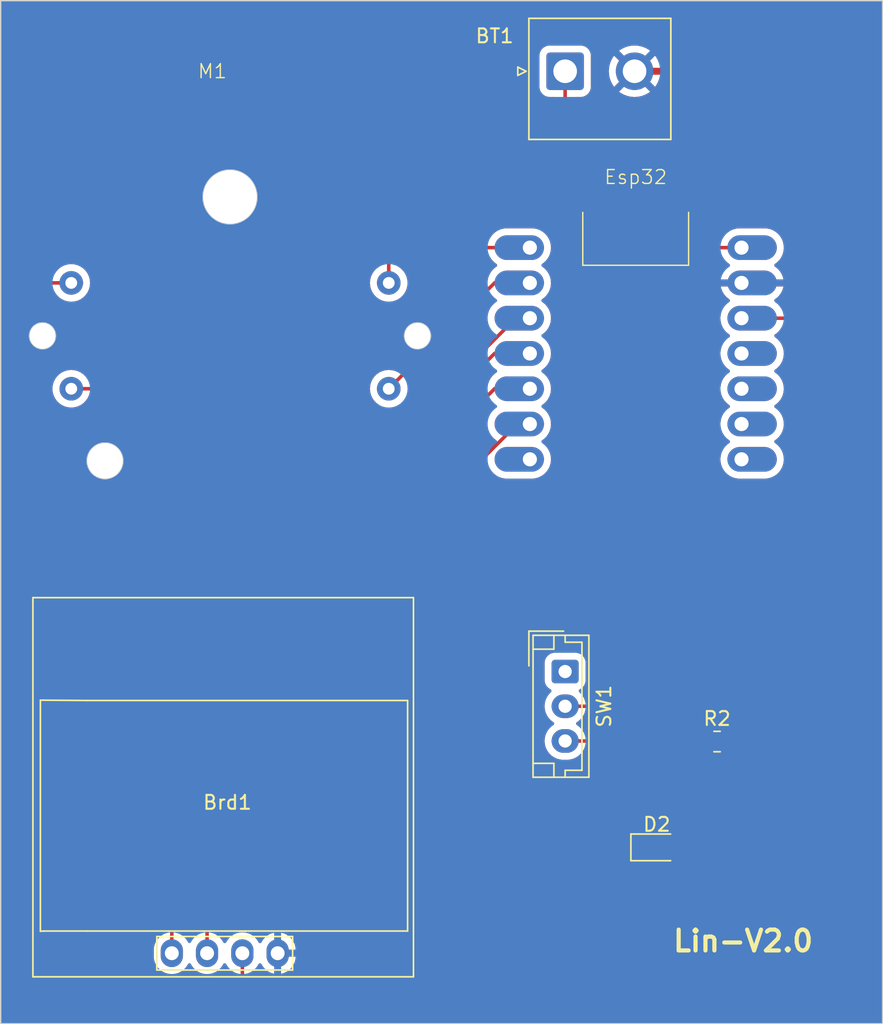
<source format=kicad_pcb>
(kicad_pcb (version 20221018) (generator pcbnew)
  (layers (0 "F.Cu" signal) (31 "B.Cu" signal) (34 "B.Paste" user) (35 "F.Paste" user) (36 "B.SilkS" user "B.Silkscreen") (37 "F.SilkS" user "F.Silkscreen") (38 "B.Mask" user) (39 "F.Mask" user) (44 "Edge.Cuts" user))
  (net 0 "")
  (net 1 "Net-(Brd1-SDA)")
  (net 2 "Net-(Brd1-SCL)")
  (net 3 "GND")
  (net 4 "Net-(Brd1-VCC)")
  (net 5 "Net-(D2-A)")
  (net 6 "Net-(BT1-+)")
  (net 7 "Net-(Esp32-GPIO1_A0_D0)")
  (net 8 "Net-(Esp32-GPIO2_A1_D1)")
  (net 9 "Net-(Esp32-GPIO3_A2_D2)")
  (net 10 "Net-(Esp32-GPIO4_A3_D3)")
  (net 12 "Net-(Esp32-5V)")
  (footprint "Resistor_SMD:R_0805_2012Metric_Pad1.20x1.40mm_HandSolder" (layer "F.Cu") (at 160.8 119.38)
    (fp_text reference "R2" (at 0 -1.65) (layer "F.SilkS"))
    (fp_text value "R")
    (fp_line (start -0.227064 -0.735) (end 0.227064 -0.735) (stroke (width 0.12)) (layer "F.SilkS"))
    (fp_line (start -0.227064 0.735) (end 0.227064 0.735) (stroke (width 0.12)) (layer "F.SilkS"))
    (pad "1" smd roundrect (at -1 0) (size 1.2 1.4) (layers "F.Cu" "F.Paste" "F.Mask") (roundrect_rratio 0.2083333333) (net 12 "Net-(Esp32-5V)"))
    (pad "2" smd roundrect (at 1 0) (size 1.2 1.4) (layers "F.Cu" "F.Paste" "F.Mask") (roundrect_rratio 0.2083333333) (net 5 "Net-(D2-A)"))
  )
  (footprint "demo_motor:x27_stepper" (layer "F.Cu") (at 128.27 100.33)
    (fp_text reference "M1" (at -3.81 -29.21 unlocked) (layer "F.SilkS") (effects (font (thickness 0.1))))
    (fp_text value "Stepper_Motor_bipolar")
    (fp_circle (center -16.04 -10.16) (end -15.09 -10.16) (stroke (width 0.05)) (fill none) (layer "Edge.Cuts"))
    (fp_circle (center -11.54 -1.16) (end -10.24 -1.16) (stroke (width 0.05)) (fill none) (layer "Edge.Cuts"))
    (fp_circle (center -2.54 -20.16) (end -0.59 -20.16) (stroke (width 0.05)) (fill none) (layer "Edge.Cuts"))
    (fp_circle (center 10.96 -10.16) (end 11.91 -10.16) (stroke (width 0.05)) (fill none) (layer "Edge.Cuts"))
    (pad "1" thru_hole circle (at 8.89 -13.97) (size 1.7 1.7) (drill 0.85) (layers "*.Cu" "*.Mask") (net 7 "Net-(Esp32-GPIO1_A0_D0)"))
    (pad "2" thru_hole circle (at 8.89 -6.35) (size 1.7 1.7) (drill 0.85) (layers "*.Cu" "*.Mask") (net 8 "Net-(Esp32-GPIO2_A1_D1)"))
    (pad "3" thru_hole circle (at -13.97 -6.35) (size 1.7 1.7) (drill 0.85) (layers "*.Cu" "*.Mask") (net 9 "Net-(Esp32-GPIO3_A2_D2)"))
    (pad "4" thru_hole circle (at -13.97 -13.97) (size 1.7 1.7) (drill 0.85) (layers "*.Cu" "*.Mask") (net 10 "Net-(Esp32-GPIO4_A3_D3)"))
  )
  (footprint "Connector_JST:JST_EH_B3B-EH-A_1x03_P2.50mm_Vertical" (layer "F.Cu") (at 149.86 114.34 -90)
    (fp_text reference "SW1" (at 2.5 -2.8 90) (layer "F.SilkS"))
    (fp_text value "SW_SPDT")
    (fp_line (start -2.91 0.11) (end -2.91 2.61) (stroke (width 0.12)) (layer "F.SilkS"))
    (fp_line (start -2.91 2.61) (end -0.41 2.61) (stroke (width 0.12)) (layer "F.SilkS"))
    (fp_line (start -2.61 -1.71) (end -2.61 2.31) (stroke (width 0.12)) (layer "F.SilkS"))
    (fp_line (start -2.61 0) (end -2.11 0) (stroke (width 0.12)) (layer "F.SilkS"))
    (fp_line (start -2.61 0.81) (end -1.61 0.81) (stroke (width 0.12)) (layer "F.SilkS"))
    (fp_line (start -2.61 2.31) (end 7.61 2.31) (stroke (width 0.12)) (layer "F.SilkS"))
    (fp_line (start -2.11 -1.21) (end 7.11 -1.21) (stroke (width 0.12)) (layer "F.SilkS"))
    (fp_line (start -2.11 0) (end -2.11 -1.21) (stroke (width 0.12)) (layer "F.SilkS"))
    (fp_line (start -1.61 0.81) (end -1.61 2.31) (stroke (width 0.12)) (layer "F.SilkS"))
    (fp_line (start 6.61 0.81) (end 6.61 2.31) (stroke (width 0.12)) (layer "F.SilkS"))
    (fp_line (start 7.11 -1.21) (end 7.11 0) (stroke (width 0.12)) (layer "F.SilkS"))
    (fp_line (start 7.11 0) (end 7.61 0) (stroke (width 0.12)) (layer "F.SilkS"))
    (fp_line (start 7.61 -1.71) (end -2.61 -1.71) (stroke (width 0.12)) (layer "F.SilkS"))
    (fp_line (start 7.61 0.81) (end 6.61 0.81) (stroke (width 0.12)) (layer "F.SilkS"))
    (fp_line (start 7.61 2.31) (end 7.61 -1.71) (stroke (width 0.12)) (layer "F.SilkS"))
    (pad "1" thru_hole roundrect (at 0 0 270) (size 1.7 1.95) (drill 0.95) (layers "*.Cu" "*.Mask") (roundrect_rratio 0.1470588235))
    (pad "2" thru_hole oval (at 2.5 0 270) (size 1.7 1.95) (drill 0.95) (layers "*.Cu" "*.Mask") (net 6 "Net-(BT1-+)"))
    (pad "3" thru_hole oval (at 5 0 270) (size 1.7 1.95) (drill 0.95) (layers "*.Cu" "*.Mask") (net 12 "Net-(Esp32-5V)"))
  )
  (footprint "LED_SMD:LED_0805_2012Metric_Pad1.15x1.40mm_HandSolder" (layer "F.Cu") (at 156.455 127)
    (fp_text reference "D2" (at 0 -1.65) (layer "F.SilkS"))
    (fp_text value "LED")
    (fp_line (start -1.86 -0.96) (end -1.86 0.96) (stroke (width 0.12)) (layer "F.SilkS"))
    (fp_line (start -1.86 0.96) (end 1 0.96) (stroke (width 0.12)) (layer "F.SilkS"))
    (fp_line (start 1 -0.96) (end -1.86 -0.96) (stroke (width 0.12)) (layer "F.SilkS"))
    (pad "1" smd roundrect (at -1.025 0) (size 1.15 1.4) (layers "F.Cu" "F.Paste" "F.Mask") (roundrect_rratio 0.2173913043) (net 3 "GND"))
    (pad "2" smd roundrect (at 1.025 0) (size 1.15 1.4) (layers "F.Cu" "F.Paste" "F.Mask") (roundrect_rratio 0.2173913043) (net 5 "Net-(D2-A)"))
  )
  (footprint "Connector_JST:JST_NV_B02P-NV_1x02_P5.00mm_Vertical" (layer "F.Cu") (at 149.86 71.12)
    (fp_text reference "BT1" (at -5.08 -2.54) (layer "F.SilkS"))
    (fp_text value "Battery_Cell")
    (fp_line (start -3.41 -0.3) (end -2.81 0) (stroke (width 0.12)) (layer "F.SilkS"))
    (fp_line (start -3.41 0.3) (end -3.41 -0.3) (stroke (width 0.12)) (layer "F.SilkS"))
    (fp_line (start -2.81 0) (end -3.41 0.3) (stroke (width 0.12)) (layer "F.SilkS"))
    (fp_line (start -2.61 -3.81) (end -2.61 4.91) (stroke (width 0.12)) (layer "F.SilkS"))
    (fp_line (start -2.61 4.91) (end 7.61 4.91) (stroke (width 0.12)) (layer "F.SilkS"))
    (fp_line (start 7.61 -3.81) (end -2.61 -3.81) (stroke (width 0.12)) (layer "F.SilkS"))
    (fp_line (start 7.61 4.91) (end 7.61 -3.81) (stroke (width 0.12)) (layer "F.SilkS"))
    (pad "1" thru_hole roundrect (at 0 0) (size 2.7 2.7) (drill 1.7) (layers "*.Cu" "*.Mask") (roundrect_rratio 0.09259296296) (net 6 "Net-(BT1-+)"))
    (pad "2" thru_hole circle (at 5 0) (size 2.7 2.7) (drill 1.7) (layers "*.Cu" "*.Mask") (net 3 "GND"))
  )
  (footprint "demo_ssd1306:128x64OLED" (layer "F.Cu") (at 125.54 124.02 180)
    (fp_text reference "Brd1" (at 0 0.254) (layer "F.SilkS"))
    (fp_text value "SSD1306")
    (fp_line (start -13.4 -12.3) (end 14 -12.3) (stroke (width 0.12)) (layer "F.SilkS"))
    (fp_line (start -13.4 15) (end -13.4 -12.3) (stroke (width 0.12)) (layer "F.SilkS"))
    (fp_line (start -12.978 -9.005) (end 10.122 -9.005) (stroke (width 0.12)) (layer "F.SilkS"))
    (fp_line (start -12.978 7.595) (end -12.978 -9.005) (stroke (width 0.12)) (layer "F.SilkS"))
    (fp_line (start -4.699 -11.811) (end -4.699 -9.398) (stroke (width 0.12)) (layer "F.SilkS"))
    (fp_line (start -4.699 -11.811) (end 5.08 -11.811) (stroke (width 0.12)) (layer "F.SilkS"))
    (fp_line (start 5.08 -11.811) (end 5.08 -9.398) (stroke (width 0.12)) (layer "F.SilkS"))
    (fp_line (start 5.08 -9.398) (end -4.699 -9.398) (stroke (width 0.12)) (layer "F.SilkS"))
    (fp_line (start 10.122 -9.005) (end 13.208 -9.005) (stroke (width 0.12)) (layer "F.SilkS"))
    (fp_line (start 10.122 7.595) (end -12.978 7.595) (stroke (width 0.12)) (layer "F.SilkS"))
    (fp_line (start 10.122 7.595) (end 13.462 7.62) (stroke (width 0.12)) (layer "F.SilkS"))
    (fp_line (start 13.462 -9.017) (end 13.208 -9.005) (stroke (width 0.12)) (layer "F.SilkS"))
    (fp_line (start 13.462 7.62) (end 13.462 -9.017) (stroke (width 0.12)) (layer "F.SilkS"))
    (fp_line (start 14 -12.3) (end 14 15) (stroke (width 0.12)) (layer "F.SilkS"))
    (fp_line (start 14 15) (end -13.4 15) (stroke (width 0.12)) (layer "F.SilkS"))
    (pad "1" thru_hole oval (at -3.62 -10.6 270) (size 2 1.6) (drill 1) (layers "*.Cu" "*.Mask") (net 3 "GND"))
    (pad "2" thru_hole oval (at -1.08 -10.6 270) (size 2 1.6) (drill 1) (layers "*.Cu" "*.Mask") (net 4 "Net-(Brd1-VCC)"))
    (pad "3" thru_hole oval (at 1.46 -10.6 270) (size 2 1.6) (drill 1) (layers "*.Cu" "*.Mask") (net 2 "Net-(Brd1-SCL)"))
    (pad "4" thru_hole oval (at 4 -10.6 270) (size 2 1.6) (drill 1) (layers "*.Cu" "*.Mask") (net 1 "Net-(Brd1-SDA)"))
  )
  (footprint "demo_xiao:XIAO_ESP32_SENSE" (layer "F.Cu") (at 154.94 91.44)
    (fp_text reference "Esp32" (at 0 -12.7 unlocked) (layer "F.SilkS") (effects (font (thickness 0.1))))
    (fp_text value "~")
    (fp_line (start -3.81 -10.16) (end -3.81 -6.35) (stroke (width 0.1)) (layer "F.SilkS"))
    (fp_line (start -3.81 -6.35) (end 3.81 -6.35) (stroke (width 0.1)) (layer "F.SilkS"))
    (fp_line (start 3.81 -6.35) (end 3.81 -10.16) (stroke (width 0.1)) (layer "F.SilkS"))
    (pad "1" thru_hole oval (at -7.62 -7.62) (size 3.556 1.778) (drill 1.016 (offset -0.762 0)) (layers "*.Cu" "*.Mask") (net 7 "Net-(Esp32-GPIO1_A0_D0)"))
    (pad "2" thru_hole oval (at -7.62 -5.08) (size 3.556 1.778) (drill 1.016 (offset -0.762 0)) (layers "*.Cu" "*.Mask") (net 8 "Net-(Esp32-GPIO2_A1_D1)"))
    (pad "3" thru_hole oval (at -7.62 -2.54) (size 3.556 1.778) (drill 1.016 (offset -0.762 0)) (layers "*.Cu" "*.Mask") (net 9 "Net-(Esp32-GPIO3_A2_D2)"))
    (pad "4" thru_hole oval (at -7.62 0) (size 3.556 1.778) (drill 1.016 (offset -0.762 0)) (layers "*.Cu" "*.Mask") (net 10 "Net-(Esp32-GPIO4_A3_D3)"))
    (pad "5" thru_hole oval (at -7.62 2.54) (size 3.556 1.778) (drill 1.016 (offset -0.762 0)) (layers "*.Cu" "*.Mask") (net 1 "Net-(Brd1-SDA)"))
    (pad "6" thru_hole oval (at -7.62 5.08) (size 3.556 1.778) (drill 1.016 (offset -0.762 0)) (layers "*.Cu" "*.Mask") (net 2 "Net-(Brd1-SCL)"))
    (pad "7" thru_hole oval (at -7.62 7.62) (size 3.556 1.778) (drill 1.016 (offset -0.762 0)) (layers "*.Cu" "*.Mask"))
    (pad "8" thru_hole oval (at 7.62 -7.62) (size 3.556 1.778) (drill 1.016 (offset 0.762 0)) (layers "*.Cu" "*.Mask") (net 12 "Net-(Esp32-5V)"))
    (pad "9" thru_hole oval (at 7.62 -5.08) (size 3.556 1.778) (drill 1.016 (offset 0.762 0)) (layers "*.Cu" "*.Mask") (net 3 "GND"))
    (pad "10" thru_hole oval (at 7.62 -2.54) (size 3.556 1.778) (drill 1.016 (offset 0.762 0)) (layers "*.Cu" "*.Mask") (net 4 "Net-(Brd1-VCC)"))
    (pad "11" thru_hole oval (at 7.62 0) (size 3.556 1.778) (drill 1.016 (offset 0.762 0)) (layers "*.Cu" "*.Mask"))
    (pad "12" thru_hole oval (at 7.62 2.54) (size 3.556 1.778) (drill 1.016 (offset 0.762 0)) (layers "*.Cu" "*.Mask"))
    (pad "13" thru_hole oval (at 7.62 5.08) (size 3.556 1.778) (drill 1.016 (offset 0.762 0)) (layers "*.Cu" "*.Mask"))
    (pad "14" thru_hole oval (at 7.62 7.62) (size 3.556 1.778) (drill 1.016 (offset 0.762 0)) (layers "*.Cu" "*.Mask"))
  )
  (gr_line (start 109.22 66.04) (end 172.72 66.04) (stroke (width 0.1)) (layer "Edge.Cuts"))
  (gr_line (start 172.72 66.04) (end 172.72 139.7) (stroke (width 0.1)) (layer "Edge.Cuts"))
  (gr_line (start 109.22 66.04) (end 109.22 139.7) (stroke (width 0.1)) (layer "Edge.Cuts"))
  (gr_line (start 172.72 139.7) (end 109.22 139.7) (stroke (width 0.1)) (layer "Edge.Cuts"))
  (gr_text "Lin-V2.0" (at 157.48 134.62) (layer "F.SilkS") (effects (font (size 1.5 1.5) (thickness 0.3) bold) (justify left bottom)))
  (segment (start 121.54 134.62) (end 121.54 117.22) (width 0.254) (layer "F.Cu") (net 1))
  (segment (start 144.78 93.98) (end 147.32 93.98) (width 0.254) (layer "F.Cu") (net 1))
  (segment (start 121.54 117.22) (end 144.78 93.98) (width 0.254) (layer "F.Cu") (net 1))
  (segment (start 124.08 118.852949) (end 146.412949 96.52) (width 0.254) (layer "F.Cu") (net 2))
  (segment (start 146.412949 96.52) (end 147.32 96.52) (width 0.254) (layer "F.Cu") (net 2))
  (segment (start 124.08 134.62) (end 124.08 118.852949) (width 0.254) (layer "F.Cu") (net 2))
  (segment (start 160.431 86.36) (end 162.56 86.36) (width 0.5) (layer "F.Cu") (net 3))
  (segment (start 154.86 71.12) (end 170.18 71.12) (width 0.5) (layer "F.Cu") (net 3))
  (segment (start 170.18 86.36) (end 162.56 86.36) (width 0.5) (layer "F.Cu") (net 3))
  (segment (start 170.18 71.12) (end 170.18 86.36) (width 0.5) (layer "F.Cu") (net 3))
  (segment (start 129.16 134.62) (end 147.81 134.62) (width 0.5) (layer "F.Cu") (net 3))
  (segment (start 155.43 127) (end 155.43 129.05) (width 0.5) (layer "F.Cu") (net 3))
  (segment (start 160.431 102.011) (end 160.431 86.36) (width 0.5) (layer "F.Cu") (net 3))
  (segment (start 165.1 127) (end 165.1 106.68) (width 0.5) (layer "F.Cu") (net 3))
  (segment (start 163.05 129.05) (end 165.1 127) (width 0.5) (layer "F.Cu") (net 3))
  (segment (start 155.43 129.05) (end 163.05 129.05) (width 0.5) (layer "F.Cu") (net 3))
  (segment (start 147.81 134.62) (end 155.43 127) (width 0.5) (layer "F.Cu") (net 3))
  (segment (start 165.1 106.68) (end 160.431 102.011) (width 0.5) (layer "F.Cu") (net 3))
  (segment (start 170.18 88.9) (end 162.56 88.9) (width 0.254) (layer "F.Cu") (net 4))
  (segment (start 126.62 136.78) (end 127 137.16) (width 0.254) (layer "F.Cu") (net 4))
  (segment (start 127 137.16) (end 170.18 137.16) (width 0.254) (layer "F.Cu") (net 4))
  (segment (start 126.62 134.62) (end 126.62 136.78) (width 0.254) (layer "F.Cu") (net 4))
  (segment (start 170.18 137.16) (end 170.18 88.9) (width 0.254) (layer "F.Cu") (net 4))
  (segment (start 161.8 125.22) (end 161.8 119.38) (width 0.254) (layer "F.Cu") (net 5))
  (segment (start 157.48 127) (end 160.02 127) (width 0.254) (layer "F.Cu") (net 5))
  (segment (start 160.02 127) (end 161.8 125.22) (width 0.254) (layer "F.Cu") (net 5))
  (segment (start 154.94 104.14) (end 149.86 99.06) (width 0.254) (layer "F.Cu") (net 6))
  (segment (start 149.86 99.06) (end 149.86 71.12) (width 0.254) (layer "F.Cu") (net 6))
  (segment (start 149.86 116.84) (end 154.94 116.84) (width 0.254) (layer "F.Cu") (net 6))
  (segment (start 154.94 116.84) (end 154.94 104.14) (width 0.254) (layer "F.Cu") (net 6))
  (segment (start 137.16 86.36) (end 137.16 83.82) (width 0.254) (layer "F.Cu") (net 7))
  (segment (start 137.16 83.82) (end 147.32 83.82) (width 0.254) (layer "F.Cu") (net 7))
  (segment (start 144.78 86.36) (end 147.32 86.36) (width 0.254) (layer "F.Cu") (net 8))
  (segment (start 137.16 93.98) (end 144.78 86.36) (width 0.254) (layer "F.Cu") (net 8))
  (segment (start 146.304 88.9) (end 147.32 88.9) (width 0.254) (layer "F.Cu") (net 9))
  (segment (start 134.62 93.98) (end 134.62 96.012) (width 0.254) (layer "F.Cu") (net 9))
  (segment (start 114.3 93.98) (end 134.62 93.98) (width 0.254) (layer "F.Cu") (net 9))
  (segment (start 134.62 96.012) (end 139.192 96.012) (width 0.254) (layer "F.Cu") (net 9))
  (segment (start 139.192 96.012) (end 146.304 88.9) (width 0.254) (layer "F.Cu") (net 9))
  (segment (start 114.3 86.36) (end 111.76 86.36) (width 0.254) (layer "F.Cu") (net 10))
  (segment (start 111.14487 86.97513) (end 111.14487 100.98487) (width 0.254) (layer "F.Cu") (net 10))
  (segment (start 111.76 101.6) (end 134.62 101.6) (width 0.254) (layer "F.Cu") (net 10))
  (segment (start 111.14487 100.98487) (end 111.76 101.6) (width 0.254) (layer "F.Cu") (net 10))
  (segment (start 144.78 91.44) (end 147.32 91.44) (width 0.254) (layer "F.Cu") (net 10))
  (segment (start 111.76 86.36) (end 111.14487 86.97513) (width 0.254) (layer "F.Cu") (net 10))
  (segment (start 134.62 101.6) (end 144.78 91.44) (width 0.254) (layer "F.Cu") (net 10))
  (segment (start 159.76 119.34) (end 159.8 119.38) (width 0.254) (layer "F.Cu") (net 12))
  (segment (start 159.8 119.38) (end 159.8 114.08) (width 0.254) (layer "F.Cu") (net 12))
  (segment (start 159.8 114.08) (end 157.48 111.76) (width 0.254) (layer "F.Cu") (net 12))
  (segment (start 157.48 83.82) (end 162.56 83.82) (width 0.254) (layer "F.Cu") (net 12))
  (segment (start 149.86 119.34) (end 159.76 119.34) (width 0.254) (layer "F.Cu") (net 12))
  (segment (start 157.48 111.76) (end 157.48 83.82) (width 0.254) (layer "F.Cu") (net 12))
  (zone (net 3) (net_name "GND") (layers "F&B.Cu") (connect_pads (clearance 0.5)) (min_thickness 0.25) (fill yes (thermal_gap 0.5) (thermal_bridge_width 0.5))
    (polygon (pts (xy 109.22 66.04) (xy 172.72 66.04) (xy 172.72 139.7) (xy 109.22 139.7)))
  )
)
</source>
